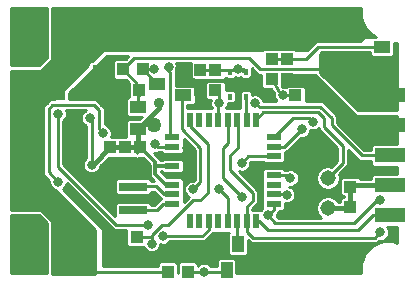
<source format=gtl>
G75*
%MOIN*%
%OFA0B0*%
%FSLAX25Y25*%
%IPPOS*%
%LPD*%
%AMOC8*
5,1,8,0,0,1.08239X$1,22.5*
%
%ADD10R,0.04331X0.03937*%
%ADD11R,0.03937X0.04331*%
%ADD12R,0.05000X0.02200*%
%ADD13R,0.02200X0.05000*%
%ADD14R,0.10000X0.05000*%
%ADD15OC8,0.06000*%
%ADD16R,0.09449X0.03150*%
%ADD17R,0.09449X0.02362*%
%ADD18R,0.05512X0.03937*%
%ADD19R,0.03937X0.05512*%
%ADD20R,0.07098X0.06299*%
%ADD21C,0.05150*%
%ADD22R,0.01378X0.01969*%
%ADD23R,0.06299X0.07087*%
%ADD24R,0.07087X0.06299*%
%ADD25C,0.05000*%
%ADD26C,0.01000*%
%ADD27C,0.03569*%
%ADD28C,0.03175*%
%ADD29C,0.01600*%
%ADD30C,0.01200*%
%ADD31C,0.03962*%
D10*
X0039404Y0036497D03*
X0046096Y0036497D03*
X0055250Y0037525D03*
X0055250Y0044218D03*
X0036096Y0092122D03*
X0029404Y0092122D03*
X0049404Y0093372D03*
X0056096Y0093372D03*
X0081500Y0093150D03*
X0081500Y0099843D03*
X0100250Y0096900D03*
X0105250Y0096900D03*
X0108154Y0091497D03*
X0114846Y0091497D03*
X0105250Y0103593D03*
X0100250Y0103593D03*
X0126500Y0061093D03*
X0126500Y0054400D03*
D11*
X0076500Y0093150D03*
X0076500Y0099843D03*
X0057346Y0100247D03*
X0050654Y0100247D03*
X0051500Y0074218D03*
X0046500Y0074218D03*
X0046500Y0067525D03*
X0051500Y0067525D03*
X0056500Y0067525D03*
X0056500Y0074218D03*
X0065654Y0032747D03*
X0072346Y0032747D03*
D12*
X0067100Y0055473D03*
X0067100Y0058623D03*
X0067100Y0061772D03*
X0067100Y0064922D03*
X0067100Y0068072D03*
X0067100Y0071221D03*
X0067100Y0074371D03*
X0067100Y0077520D03*
X0100900Y0077520D03*
X0100900Y0074371D03*
X0100900Y0071221D03*
X0100900Y0068072D03*
X0100900Y0064922D03*
X0100900Y0061772D03*
X0100900Y0058623D03*
X0100900Y0055473D03*
D13*
X0095024Y0049597D03*
X0091874Y0049597D03*
X0088724Y0049597D03*
X0085575Y0049597D03*
X0082425Y0049597D03*
X0079276Y0049597D03*
X0076126Y0049597D03*
X0072976Y0049597D03*
X0072976Y0083397D03*
X0076126Y0083397D03*
X0079276Y0083397D03*
X0082425Y0083397D03*
X0085575Y0083397D03*
X0088724Y0083397D03*
X0091874Y0083397D03*
X0095024Y0083397D03*
D14*
X0139625Y0081497D03*
X0139625Y0091497D03*
X0139625Y0071497D03*
X0139625Y0061497D03*
X0139625Y0051497D03*
D15*
X0019000Y0041497D03*
X0019000Y0111497D03*
D16*
X0054000Y0061059D03*
X0054000Y0053185D03*
D17*
X0054000Y0057122D03*
D18*
X0055831Y0080257D03*
X0055831Y0087737D03*
X0062169Y0095247D03*
X0070831Y0098987D03*
X0070831Y0091507D03*
X0047169Y0083997D03*
X0128419Y0104007D03*
X0128419Y0111487D03*
X0137081Y0107747D03*
D19*
X0088990Y0042077D03*
X0081510Y0042077D03*
X0085250Y0033416D03*
D20*
X0121500Y0102773D03*
X0121500Y0113970D03*
D21*
X0119000Y0073997D03*
X0119000Y0063997D03*
X0119000Y0053997D03*
D22*
X0091559Y0091113D03*
X0089000Y0091113D03*
X0086441Y0091113D03*
X0086441Y0099381D03*
X0091559Y0099381D03*
D23*
X0047012Y0042747D03*
X0035988Y0042747D03*
D24*
X0044000Y0098485D03*
X0044000Y0109509D03*
D25*
X0060875Y0081497D03*
D26*
X0013500Y0051497D02*
X0013500Y0032247D01*
X0025250Y0032247D01*
X0025250Y0048997D01*
X0025250Y0032747D01*
X0014000Y0032747D01*
X0014000Y0051497D01*
X0022750Y0051497D01*
X0025250Y0048997D01*
X0022750Y0051497D01*
X0013500Y0051497D01*
X0013500Y0050712D02*
X0023534Y0050712D01*
X0024533Y0049714D02*
X0013500Y0049714D01*
X0013500Y0048715D02*
X0025250Y0048715D01*
X0025250Y0047717D02*
X0013500Y0047717D01*
X0013500Y0046718D02*
X0025250Y0046718D01*
X0025250Y0045720D02*
X0013500Y0045720D01*
X0013500Y0044721D02*
X0025250Y0044721D01*
X0025250Y0043723D02*
X0013500Y0043723D01*
X0013500Y0042724D02*
X0025250Y0042724D01*
X0025250Y0041726D02*
X0013500Y0041726D01*
X0013500Y0040727D02*
X0025250Y0040727D01*
X0025250Y0039729D02*
X0013500Y0039729D01*
X0013500Y0038730D02*
X0025250Y0038730D01*
X0025250Y0037732D02*
X0013500Y0037732D01*
X0013500Y0036733D02*
X0025250Y0036733D01*
X0025250Y0035735D02*
X0013500Y0035735D01*
X0013500Y0034736D02*
X0025250Y0034736D01*
X0025250Y0033738D02*
X0013500Y0033738D01*
X0013500Y0032739D02*
X0025250Y0032739D01*
X0027050Y0032739D02*
X0041500Y0032739D01*
X0041500Y0032247D02*
X0027050Y0032247D01*
X0027050Y0049742D01*
X0025996Y0050797D01*
X0023496Y0053297D01*
X0013500Y0053297D01*
X0013500Y0099697D01*
X0023496Y0099697D01*
X0025996Y0102197D01*
X0027050Y0103251D01*
X0027050Y0108997D01*
X0044000Y0108997D01*
X0044000Y0106497D01*
X0040438Y0102935D01*
X0039918Y0102935D01*
X0039157Y0102173D01*
X0039157Y0101653D01*
X0027675Y0090172D01*
X0026379Y0090172D01*
X0025325Y0089117D01*
X0024075Y0087867D01*
X0024075Y0065126D01*
X0025129Y0064072D01*
X0026113Y0063089D01*
X0026113Y0062172D01*
X0026552Y0061111D01*
X0027364Y0060299D01*
X0027934Y0060063D01*
X0041500Y0046497D01*
X0039625Y0048372D01*
X0039000Y0048372D01*
X0037125Y0050247D01*
X0037125Y0050872D01*
X0028375Y0059622D01*
X0028298Y0059699D02*
X0013500Y0059699D01*
X0013500Y0058701D02*
X0029296Y0058701D01*
X0030295Y0057702D02*
X0013500Y0057702D01*
X0013500Y0056704D02*
X0031293Y0056704D01*
X0032292Y0055705D02*
X0013500Y0055705D01*
X0013500Y0054707D02*
X0033290Y0054707D01*
X0034289Y0053708D02*
X0013500Y0053708D01*
X0013500Y0060698D02*
X0026966Y0060698D01*
X0026310Y0061696D02*
X0013500Y0061696D01*
X0013500Y0062695D02*
X0026113Y0062695D01*
X0025508Y0063693D02*
X0013500Y0063693D01*
X0013500Y0064692D02*
X0024509Y0064692D01*
X0024075Y0065690D02*
X0013500Y0065690D01*
X0013500Y0066689D02*
X0024075Y0066689D01*
X0024075Y0067687D02*
X0013500Y0067687D01*
X0013500Y0068686D02*
X0024075Y0068686D01*
X0024075Y0069684D02*
X0013500Y0069684D01*
X0013500Y0070683D02*
X0024075Y0070683D01*
X0024075Y0071681D02*
X0013500Y0071681D01*
X0013500Y0072680D02*
X0024075Y0072680D01*
X0024075Y0073678D02*
X0013500Y0073678D01*
X0013500Y0074677D02*
X0024075Y0074677D01*
X0024075Y0075675D02*
X0013500Y0075675D01*
X0013500Y0076674D02*
X0024075Y0076674D01*
X0024075Y0077672D02*
X0013500Y0077672D01*
X0013500Y0078671D02*
X0024075Y0078671D01*
X0024075Y0079669D02*
X0013500Y0079669D01*
X0013500Y0080668D02*
X0024075Y0080668D01*
X0024075Y0081666D02*
X0013500Y0081666D01*
X0013500Y0082665D02*
X0024075Y0082665D01*
X0024075Y0083663D02*
X0013500Y0083663D01*
X0013500Y0084662D02*
X0024075Y0084662D01*
X0024075Y0085660D02*
X0013500Y0085660D01*
X0013500Y0086659D02*
X0024075Y0086659D01*
X0024075Y0087657D02*
X0013500Y0087657D01*
X0013500Y0088656D02*
X0024864Y0088656D01*
X0025862Y0089654D02*
X0013500Y0089654D01*
X0013500Y0090653D02*
X0028156Y0090653D01*
X0029155Y0091651D02*
X0013500Y0091651D01*
X0013500Y0092650D02*
X0030153Y0092650D01*
X0031152Y0093648D02*
X0013500Y0093648D01*
X0013500Y0094647D02*
X0032150Y0094647D01*
X0033149Y0095646D02*
X0013500Y0095646D01*
X0013500Y0096644D02*
X0034147Y0096644D01*
X0035146Y0097643D02*
X0013500Y0097643D01*
X0013500Y0098641D02*
X0036144Y0098641D01*
X0037143Y0099640D02*
X0013500Y0099640D01*
X0013500Y0101497D02*
X0013500Y0120707D01*
X0025250Y0120707D01*
X0025250Y0103997D01*
X0025250Y0120247D01*
X0014000Y0120247D01*
X0014000Y0101497D01*
X0022750Y0101497D01*
X0025250Y0103997D01*
X0022750Y0101497D01*
X0013500Y0101497D01*
X0013500Y0101637D02*
X0022890Y0101637D01*
X0023888Y0102635D02*
X0013500Y0102635D01*
X0013500Y0103634D02*
X0024887Y0103634D01*
X0025250Y0104632D02*
X0013500Y0104632D01*
X0013500Y0105631D02*
X0025250Y0105631D01*
X0025250Y0106629D02*
X0013500Y0106629D01*
X0013500Y0107628D02*
X0025250Y0107628D01*
X0025250Y0108626D02*
X0013500Y0108626D01*
X0013500Y0109625D02*
X0025250Y0109625D01*
X0025250Y0110623D02*
X0013500Y0110623D01*
X0013500Y0111622D02*
X0025250Y0111622D01*
X0025250Y0112620D02*
X0013500Y0112620D01*
X0013500Y0113619D02*
X0025250Y0113619D01*
X0025250Y0114617D02*
X0013500Y0114617D01*
X0013500Y0115616D02*
X0025250Y0115616D01*
X0025250Y0116614D02*
X0013500Y0116614D01*
X0013500Y0117613D02*
X0025250Y0117613D01*
X0025250Y0118611D02*
X0013500Y0118611D01*
X0013500Y0119610D02*
X0025250Y0119610D01*
X0025250Y0120608D02*
X0013500Y0120608D01*
X0027050Y0120608D02*
X0130169Y0120608D01*
X0130169Y0120707D02*
X0027050Y0120707D01*
X0027050Y0106497D01*
X0097181Y0106497D01*
X0097546Y0106862D01*
X0107954Y0106862D01*
X0108319Y0106497D01*
X0112045Y0106497D01*
X0115095Y0109547D01*
X0129550Y0109547D01*
X0130875Y0110872D01*
X0133643Y0110872D01*
X0133786Y0111015D01*
X0135193Y0111015D01*
X0133998Y0111510D01*
X0131514Y0113995D01*
X0130169Y0117240D01*
X0130169Y0120707D01*
X0130169Y0119610D02*
X0027050Y0119610D01*
X0027050Y0118611D02*
X0130169Y0118611D01*
X0130169Y0117613D02*
X0027050Y0117613D01*
X0027050Y0116614D02*
X0130429Y0116614D01*
X0130842Y0115616D02*
X0027050Y0115616D01*
X0027050Y0114617D02*
X0131256Y0114617D01*
X0131890Y0113619D02*
X0027050Y0113619D01*
X0027050Y0112620D02*
X0132888Y0112620D01*
X0133887Y0111622D02*
X0027050Y0111622D01*
X0027050Y0110623D02*
X0130626Y0110623D01*
X0129628Y0109625D02*
X0027050Y0109625D01*
X0027050Y0108626D02*
X0044000Y0108626D01*
X0044000Y0107628D02*
X0027050Y0107628D01*
X0113176Y0107628D01*
X0114174Y0108626D02*
X0027050Y0108626D01*
X0027050Y0106629D02*
X0044000Y0106629D01*
X0043134Y0105631D02*
X0027050Y0105631D01*
X0027050Y0106629D02*
X0097314Y0106629D01*
X0100250Y0103593D02*
X0105250Y0103593D01*
X0111687Y0103593D01*
X0115841Y0107747D01*
X0137081Y0107747D01*
X0140375Y0104478D02*
X0133786Y0104478D01*
X0133025Y0105240D01*
X0133025Y0105947D01*
X0117200Y0105947D01*
X0116500Y0105247D01*
X0119000Y0105247D01*
X0121500Y0102747D01*
X0121500Y0102773D01*
X0121500Y0102747D02*
X0121500Y0100247D01*
X0096500Y0100247D01*
X0092750Y0103997D01*
X0054404Y0103997D01*
X0050654Y0100247D01*
X0055471Y0095429D01*
X0056096Y0093372D01*
X0055831Y0089262D01*
X0055831Y0087737D01*
X0057073Y0084468D02*
X0052536Y0084468D01*
X0051775Y0085230D01*
X0051775Y0090244D01*
X0052536Y0091005D01*
X0052631Y0091005D01*
X0052631Y0095724D01*
X0051573Y0096781D01*
X0048147Y0096781D01*
X0047385Y0097543D01*
X0047385Y0102951D01*
X0048147Y0103712D01*
X0051573Y0103712D01*
X0052483Y0104622D01*
X0045250Y0104622D01*
X0032869Y0092241D01*
X0032869Y0090172D01*
X0041621Y0090172D01*
X0043496Y0088297D01*
X0044550Y0087242D01*
X0044550Y0081884D01*
X0044574Y0081884D01*
X0045636Y0081445D01*
X0046448Y0080632D01*
X0046887Y0079571D01*
X0046887Y0078422D01*
X0046581Y0077684D01*
X0051841Y0077684D01*
X0051775Y0077750D01*
X0051775Y0082764D01*
X0052536Y0083525D01*
X0056129Y0083525D01*
X0057073Y0084468D01*
X0056268Y0083663D02*
X0044550Y0083663D01*
X0044550Y0082665D02*
X0051775Y0082665D01*
X0051775Y0081666D02*
X0045100Y0081666D01*
X0046412Y0080668D02*
X0051775Y0080668D01*
X0051775Y0079669D02*
X0046847Y0079669D01*
X0046887Y0078671D02*
X0051775Y0078671D01*
X0055831Y0080257D02*
X0057410Y0081836D01*
X0057750Y0081497D01*
X0060875Y0081497D01*
X0061500Y0075247D02*
X0062376Y0074371D01*
X0067100Y0074371D01*
X0067100Y0077520D02*
X0066500Y0078120D01*
X0066500Y0098997D01*
X0064625Y0100872D01*
X0065875Y0100872D01*
X0068490Y0099640D02*
X0073231Y0099640D01*
X0073231Y0100638D02*
X0068762Y0100638D01*
X0068762Y0100297D02*
X0068762Y0101446D01*
X0068451Y0102197D01*
X0073231Y0102197D01*
X0073231Y0097139D01*
X0073993Y0096378D01*
X0078755Y0096378D01*
X0078035Y0095657D01*
X0078035Y0090643D01*
X0078796Y0089882D01*
X0079991Y0089882D01*
X0079863Y0089571D01*
X0079863Y0088422D01*
X0080302Y0087361D01*
X0080467Y0087197D01*
X0072050Y0087197D01*
X0072050Y0088238D01*
X0074125Y0088238D01*
X0074887Y0089000D01*
X0074887Y0094014D01*
X0074125Y0094775D01*
X0068300Y0094775D01*
X0068300Y0099213D01*
X0068323Y0099236D01*
X0068762Y0100297D01*
X0068683Y0101637D02*
X0073231Y0101637D01*
X0073231Y0098641D02*
X0068300Y0098641D01*
X0068300Y0097643D02*
X0073231Y0097643D01*
X0073727Y0096644D02*
X0068300Y0096644D01*
X0068300Y0095646D02*
X0078035Y0095646D01*
X0078035Y0094647D02*
X0074253Y0094647D01*
X0074887Y0093648D02*
X0078035Y0093648D01*
X0078035Y0092650D02*
X0074887Y0092650D01*
X0074887Y0091651D02*
X0078035Y0091651D01*
X0078035Y0090653D02*
X0074887Y0090653D01*
X0074887Y0089654D02*
X0079897Y0089654D01*
X0079863Y0088656D02*
X0074543Y0088656D01*
X0072050Y0087657D02*
X0080179Y0087657D01*
X0082425Y0088072D02*
X0082425Y0083397D01*
X0085575Y0083397D02*
X0085575Y0075572D01*
X0084000Y0073997D01*
X0084000Y0063997D01*
X0090250Y0057747D01*
X0091874Y0054371D02*
X0094000Y0056497D01*
X0094000Y0058997D01*
X0086500Y0066497D01*
X0086500Y0071497D01*
X0089000Y0073997D01*
X0089000Y0083121D01*
X0088724Y0083397D01*
X0091559Y0083712D02*
X0091559Y0091113D01*
X0089570Y0090653D02*
X0088430Y0090653D01*
X0089000Y0091113D02*
X0089000Y0095247D01*
X0087750Y0096497D01*
X0076500Y0096497D01*
X0074571Y0096497D01*
X0070831Y0098987D01*
X0076500Y0099843D02*
X0081500Y0099843D01*
X0089846Y0099843D01*
X0091559Y0099381D01*
X0090693Y0100247D01*
X0089000Y0100247D01*
X0088076Y0097504D02*
X0088426Y0097359D01*
X0089574Y0097359D01*
X0089924Y0097504D01*
X0090332Y0097096D01*
X0092787Y0097096D01*
X0093548Y0097858D01*
X0093548Y0100653D01*
X0095754Y0098447D01*
X0096785Y0098447D01*
X0096785Y0094393D01*
X0097546Y0093632D01*
X0100116Y0093632D01*
X0100950Y0092247D01*
X0100950Y0092001D01*
X0101113Y0091839D01*
X0101113Y0090922D01*
X0101552Y0089861D01*
X0101867Y0089547D01*
X0097512Y0089547D01*
X0097512Y0089571D01*
X0097073Y0090632D01*
X0096261Y0091445D01*
X0095199Y0091884D01*
X0094051Y0091884D01*
X0093548Y0091676D01*
X0093548Y0092636D01*
X0092787Y0093397D01*
X0090332Y0093397D01*
X0089570Y0092636D01*
X0089570Y0089590D01*
X0089759Y0089401D01*
X0089759Y0087197D01*
X0085033Y0087197D01*
X0085198Y0087361D01*
X0085637Y0088422D01*
X0085637Y0088829D01*
X0087668Y0088829D01*
X0088430Y0089590D01*
X0088430Y0092636D01*
X0087668Y0093397D01*
X0085213Y0093397D01*
X0084965Y0093149D01*
X0084965Y0095657D01*
X0084204Y0096419D01*
X0079048Y0096419D01*
X0079204Y0096575D01*
X0084204Y0096575D01*
X0084965Y0097336D01*
X0084965Y0097345D01*
X0085213Y0097096D01*
X0087668Y0097096D01*
X0088076Y0097504D01*
X0084965Y0095646D02*
X0096785Y0095646D01*
X0096785Y0096644D02*
X0084273Y0096644D01*
X0084965Y0094647D02*
X0096785Y0094647D01*
X0097529Y0093648D02*
X0084965Y0093648D01*
X0082750Y0091900D02*
X0082750Y0088997D01*
X0082425Y0088072D01*
X0085321Y0087657D02*
X0089759Y0087657D01*
X0089759Y0088656D02*
X0085637Y0088656D01*
X0088430Y0089654D02*
X0089570Y0089654D01*
X0089570Y0091651D02*
X0088430Y0091651D01*
X0088416Y0092650D02*
X0089584Y0092650D01*
X0093534Y0092650D02*
X0100707Y0092650D01*
X0101113Y0091651D02*
X0095761Y0091651D01*
X0097052Y0090653D02*
X0101224Y0090653D01*
X0101759Y0089654D02*
X0097478Y0089654D01*
X0096500Y0087747D02*
X0094625Y0088997D01*
X0096500Y0087747D02*
X0116500Y0087747D01*
X0120250Y0083997D01*
X0120250Y0081497D01*
X0130250Y0071497D01*
X0139625Y0071497D01*
X0141951Y0067697D02*
X0141951Y0065297D01*
X0134087Y0065297D01*
X0133325Y0064535D01*
X0133325Y0063597D01*
X0129965Y0063597D01*
X0129965Y0063600D01*
X0129204Y0064362D01*
X0123796Y0064362D01*
X0123035Y0063600D01*
X0123035Y0058586D01*
X0123796Y0057825D01*
X0124400Y0057825D01*
X0124400Y0057669D01*
X0123796Y0057669D01*
X0123035Y0056907D01*
X0123035Y0056097D01*
X0122324Y0056097D01*
X0122285Y0056192D01*
X0121195Y0057282D01*
X0119771Y0057872D01*
X0118229Y0057872D01*
X0116805Y0057282D01*
X0115715Y0056192D01*
X0115125Y0054767D01*
X0115125Y0053226D01*
X0115715Y0051802D01*
X0116720Y0050797D01*
X0102246Y0050797D01*
X0101887Y0051155D01*
X0101887Y0051839D01*
X0102700Y0052651D01*
X0102700Y0053073D01*
X0103938Y0053073D01*
X0104700Y0053835D01*
X0104700Y0055484D01*
X0105824Y0055484D01*
X0106886Y0055924D01*
X0107698Y0056736D01*
X0108137Y0057797D01*
X0108137Y0058946D01*
X0107698Y0060007D01*
X0106886Y0060820D01*
X0106186Y0061109D01*
X0107074Y0061109D01*
X0108136Y0061549D01*
X0108948Y0062361D01*
X0109387Y0063422D01*
X0109387Y0064571D01*
X0108948Y0065632D01*
X0108136Y0066445D01*
X0107074Y0066884D01*
X0105926Y0066884D01*
X0105534Y0066722D01*
X0104538Y0066722D01*
X0103938Y0067322D01*
X0097862Y0067322D01*
X0097100Y0066560D01*
X0097100Y0053835D01*
X0097177Y0053757D01*
X0096739Y0053319D01*
X0096662Y0053397D01*
X0093674Y0053397D01*
X0093674Y0053625D01*
X0094746Y0054697D01*
X0095800Y0055751D01*
X0095800Y0059742D01*
X0089261Y0066281D01*
X0089676Y0066109D01*
X0090824Y0066109D01*
X0091886Y0066549D01*
X0092698Y0067361D01*
X0093137Y0068422D01*
X0093137Y0069339D01*
X0093220Y0069421D01*
X0097262Y0069421D01*
X0097862Y0068821D01*
X0103938Y0068821D01*
X0104700Y0069583D01*
X0104700Y0072571D01*
X0105120Y0072571D01*
X0109908Y0077359D01*
X0110824Y0077359D01*
X0111886Y0077799D01*
X0112698Y0078611D01*
X0113137Y0079672D01*
X0113137Y0079979D01*
X0113426Y0079859D01*
X0114574Y0079859D01*
X0115636Y0080299D01*
X0115950Y0080613D01*
X0115950Y0080126D01*
X0122200Y0073876D01*
X0122200Y0069742D01*
X0120166Y0067708D01*
X0119771Y0067872D01*
X0118229Y0067872D01*
X0116805Y0067282D01*
X0115715Y0066192D01*
X0115125Y0064767D01*
X0115125Y0063226D01*
X0115715Y0061802D01*
X0116805Y0060712D01*
X0118229Y0060122D01*
X0119771Y0060122D01*
X0121195Y0060712D01*
X0122285Y0061802D01*
X0122875Y0063226D01*
X0122875Y0064767D01*
X0122711Y0065162D01*
X0125800Y0068251D01*
X0125800Y0073401D01*
X0128450Y0070751D01*
X0129504Y0069697D01*
X0133325Y0069697D01*
X0133325Y0068458D01*
X0134087Y0067697D01*
X0141951Y0067697D01*
X0141951Y0067687D02*
X0125236Y0067687D01*
X0125800Y0068686D02*
X0133325Y0068686D01*
X0133325Y0069684D02*
X0125800Y0069684D01*
X0125800Y0070683D02*
X0128518Y0070683D01*
X0127520Y0071681D02*
X0125800Y0071681D01*
X0125800Y0072680D02*
X0126521Y0072680D01*
X0124000Y0074622D02*
X0124000Y0068997D01*
X0119000Y0063997D01*
X0116212Y0066689D02*
X0107546Y0066689D01*
X0108890Y0065690D02*
X0115507Y0065690D01*
X0115125Y0064692D02*
X0109337Y0064692D01*
X0109387Y0063693D02*
X0115125Y0063693D01*
X0115345Y0062695D02*
X0109086Y0062695D01*
X0108283Y0061696D02*
X0115821Y0061696D01*
X0116839Y0060698D02*
X0107008Y0060698D01*
X0107825Y0059699D02*
X0123035Y0059699D01*
X0123035Y0058701D02*
X0108137Y0058701D01*
X0108098Y0057702D02*
X0117820Y0057702D01*
X0120180Y0057702D02*
X0124400Y0057702D01*
X0123035Y0056704D02*
X0121773Y0056704D01*
X0121161Y0060698D02*
X0123035Y0060698D01*
X0123035Y0061696D02*
X0122179Y0061696D01*
X0122655Y0062695D02*
X0123035Y0062695D01*
X0123128Y0063693D02*
X0122875Y0063693D01*
X0122875Y0064692D02*
X0133481Y0064692D01*
X0133325Y0063693D02*
X0129872Y0063693D01*
X0128596Y0061497D02*
X0126500Y0061093D01*
X0123239Y0065690D02*
X0141951Y0065690D01*
X0141951Y0066689D02*
X0124238Y0066689D01*
X0122142Y0069684D02*
X0104700Y0069684D01*
X0104700Y0070683D02*
X0122200Y0070683D01*
X0122200Y0071681D02*
X0104700Y0071681D01*
X0105229Y0072680D02*
X0122200Y0072680D01*
X0122200Y0073678D02*
X0106227Y0073678D01*
X0107226Y0074677D02*
X0121399Y0074677D01*
X0120401Y0075675D02*
X0108224Y0075675D01*
X0109223Y0076674D02*
X0119402Y0076674D01*
X0118404Y0077672D02*
X0111580Y0077672D01*
X0112723Y0078671D02*
X0117405Y0078671D01*
X0116407Y0079669D02*
X0113136Y0079669D01*
X0110250Y0080247D02*
X0104374Y0074371D01*
X0100900Y0074371D01*
X0100900Y0077520D02*
X0107376Y0083997D01*
X0112750Y0083997D01*
X0114000Y0082747D01*
X0115850Y0085897D02*
X0117750Y0083997D01*
X0117750Y0080872D01*
X0124000Y0074622D01*
X0126620Y0077672D02*
X0141951Y0077672D01*
X0141951Y0076674D02*
X0127619Y0076674D01*
X0128617Y0075675D02*
X0141951Y0075675D01*
X0141951Y0075297D02*
X0134087Y0075297D01*
X0133325Y0074535D01*
X0133325Y0073297D01*
X0130996Y0073297D01*
X0122050Y0082242D01*
X0122050Y0084742D01*
X0118300Y0088492D01*
X0117246Y0089547D01*
X0111619Y0089547D01*
X0111619Y0094004D01*
X0110857Y0094765D01*
X0105450Y0094765D01*
X0104924Y0094239D01*
X0104574Y0094384D01*
X0103865Y0094384D01*
X0103715Y0094633D01*
X0103715Y0098447D01*
X0114700Y0098447D01*
X0114700Y0098251D01*
X0115754Y0097197D01*
X0128254Y0084697D01*
X0128300Y0084697D01*
X0128375Y0084622D01*
X0141951Y0084622D01*
X0141951Y0075297D01*
X0141951Y0078671D02*
X0125621Y0078671D01*
X0124623Y0079669D02*
X0141951Y0079669D01*
X0141951Y0080668D02*
X0123624Y0080668D01*
X0122626Y0081666D02*
X0141951Y0081666D01*
X0141951Y0082665D02*
X0122050Y0082665D01*
X0122050Y0083663D02*
X0141951Y0083663D01*
X0141951Y0086497D02*
X0129000Y0086497D01*
X0116500Y0098997D01*
X0116500Y0105247D01*
X0116500Y0098997D01*
X0129000Y0086497D01*
X0142125Y0086497D01*
X0142125Y0103997D01*
X0132750Y0103997D01*
X0130250Y0105247D01*
X0119000Y0105247D01*
X0116884Y0105631D02*
X0133025Y0105631D01*
X0133632Y0104632D02*
X0116500Y0104632D01*
X0116500Y0103634D02*
X0141951Y0103634D01*
X0141951Y0104632D02*
X0140529Y0104632D01*
X0140375Y0104478D02*
X0141137Y0105240D01*
X0141137Y0108997D01*
X0141951Y0108997D01*
X0141951Y0086497D01*
X0141951Y0086659D02*
X0128838Y0086659D01*
X0127839Y0087657D02*
X0141951Y0087657D01*
X0141951Y0088656D02*
X0126841Y0088656D01*
X0125842Y0089654D02*
X0141951Y0089654D01*
X0141951Y0090653D02*
X0124844Y0090653D01*
X0123845Y0091651D02*
X0141951Y0091651D01*
X0141951Y0092650D02*
X0122847Y0092650D01*
X0121848Y0093648D02*
X0141951Y0093648D01*
X0141951Y0094647D02*
X0120850Y0094647D01*
X0119851Y0095646D02*
X0141951Y0095646D01*
X0141951Y0096644D02*
X0118853Y0096644D01*
X0117854Y0097643D02*
X0141951Y0097643D01*
X0141951Y0098641D02*
X0116856Y0098641D01*
X0116500Y0099640D02*
X0141951Y0099640D01*
X0141951Y0100638D02*
X0116500Y0100638D01*
X0116500Y0101637D02*
X0141951Y0101637D01*
X0141951Y0102635D02*
X0116500Y0102635D01*
X0112177Y0106629D02*
X0108186Y0106629D01*
X0103715Y0097643D02*
X0115309Y0097643D01*
X0115754Y0097197D02*
X0115754Y0097197D01*
X0116307Y0096644D02*
X0103715Y0096644D01*
X0103715Y0095646D02*
X0117306Y0095646D01*
X0118304Y0094647D02*
X0110976Y0094647D01*
X0111619Y0093648D02*
X0119303Y0093648D01*
X0120301Y0092650D02*
X0111619Y0092650D01*
X0111619Y0091651D02*
X0121300Y0091651D01*
X0122298Y0090653D02*
X0111619Y0090653D01*
X0111619Y0089654D02*
X0123297Y0089654D01*
X0124295Y0088656D02*
X0118136Y0088656D01*
X0119135Y0087657D02*
X0125294Y0087657D01*
X0126292Y0086659D02*
X0120133Y0086659D01*
X0121132Y0085660D02*
X0127291Y0085660D01*
X0128335Y0084662D02*
X0122050Y0084662D01*
X0115850Y0085897D02*
X0097524Y0085897D01*
X0095024Y0083397D01*
X0091874Y0083397D02*
X0091559Y0083712D01*
X0082750Y0091900D02*
X0081500Y0093150D01*
X0076500Y0093150D02*
X0076500Y0096497D01*
X0070831Y0091507D02*
X0070250Y0090926D01*
X0070250Y0080247D01*
X0076500Y0073997D01*
X0076500Y0062747D01*
X0074000Y0060247D01*
X0072365Y0062695D02*
X0070900Y0062695D01*
X0070900Y0063411D02*
X0070138Y0064172D01*
X0065261Y0064172D01*
X0063400Y0066034D01*
X0063400Y0066172D01*
X0063562Y0066172D01*
X0064062Y0065672D01*
X0070138Y0065672D01*
X0070900Y0066433D01*
X0070900Y0069710D01*
X0070138Y0070472D01*
X0064062Y0070472D01*
X0063562Y0069972D01*
X0063400Y0069972D01*
X0063400Y0070005D01*
X0062287Y0071118D01*
X0061046Y0072359D01*
X0062074Y0072359D01*
X0062585Y0072571D01*
X0063462Y0072571D01*
X0064062Y0071971D01*
X0070138Y0071971D01*
X0070900Y0072732D01*
X0070900Y0077051D01*
X0074700Y0073251D01*
X0074700Y0063492D01*
X0074342Y0063134D01*
X0073426Y0063134D01*
X0072364Y0062695D01*
X0071552Y0061882D01*
X0071113Y0060821D01*
X0071113Y0059672D01*
X0071552Y0058611D01*
X0072364Y0057799D01*
X0072642Y0057684D01*
X0070900Y0055942D01*
X0070900Y0057112D01*
X0070900Y0063411D01*
X0070618Y0063693D02*
X0074700Y0063693D01*
X0074700Y0064692D02*
X0064742Y0064692D01*
X0064043Y0065690D02*
X0063744Y0065690D01*
X0067100Y0064922D02*
X0072425Y0065247D01*
X0072750Y0064622D01*
X0072750Y0070247D01*
X0071776Y0071221D01*
X0067100Y0071221D01*
X0070847Y0072680D02*
X0074700Y0072680D01*
X0074700Y0071681D02*
X0061724Y0071681D01*
X0062722Y0070683D02*
X0074700Y0070683D01*
X0074700Y0069684D02*
X0070900Y0069684D01*
X0070900Y0068686D02*
X0074700Y0068686D01*
X0074700Y0067687D02*
X0070900Y0067687D01*
X0070900Y0066689D02*
X0074700Y0066689D01*
X0074700Y0065690D02*
X0070157Y0065690D01*
X0070900Y0061696D02*
X0071475Y0061696D01*
X0071113Y0060698D02*
X0070900Y0060698D01*
X0070900Y0059699D02*
X0071113Y0059699D01*
X0070900Y0058701D02*
X0071515Y0058701D01*
X0070900Y0057702D02*
X0072598Y0057702D01*
X0071661Y0056704D02*
X0070900Y0056704D01*
X0074000Y0056497D02*
X0065654Y0048150D01*
X0063557Y0048150D01*
X0060250Y0044843D01*
X0060250Y0044218D01*
X0060250Y0042122D01*
X0060250Y0044218D02*
X0055250Y0044218D01*
X0057610Y0040950D02*
X0052546Y0040950D01*
X0051785Y0041711D01*
X0051785Y0046572D01*
X0047629Y0046572D01*
X0046575Y0047626D01*
X0031887Y0062314D01*
X0031887Y0062172D01*
X0031448Y0061111D01*
X0030729Y0060393D01*
X0044000Y0047122D01*
X0044000Y0034547D01*
X0062385Y0034547D01*
X0062385Y0035451D01*
X0063147Y0036212D01*
X0068161Y0036212D01*
X0068922Y0035451D01*
X0068922Y0032247D01*
X0069078Y0032247D01*
X0069078Y0035451D01*
X0069839Y0036212D01*
X0074853Y0036212D01*
X0075615Y0035451D01*
X0075615Y0034695D01*
X0076114Y0035195D01*
X0077176Y0035634D01*
X0078324Y0035634D01*
X0079386Y0035195D01*
X0080033Y0034547D01*
X0081981Y0034547D01*
X0081981Y0036710D01*
X0082743Y0037472D01*
X0087757Y0037472D01*
X0088518Y0036710D01*
X0088518Y0032247D01*
X0130169Y0032247D01*
X0130169Y0035753D01*
X0131514Y0038999D01*
X0133998Y0041483D01*
X0137243Y0042827D01*
X0140757Y0042827D01*
X0141951Y0042333D01*
X0141951Y0047697D01*
X0138758Y0047697D01*
X0138948Y0047507D01*
X0139387Y0046446D01*
X0139387Y0045297D01*
X0138948Y0044236D01*
X0138136Y0043424D01*
X0137074Y0042984D01*
X0136158Y0042984D01*
X0135371Y0042197D01*
X0093254Y0042197D01*
X0092259Y0043193D01*
X0092259Y0038783D01*
X0091497Y0038022D01*
X0086483Y0038022D01*
X0085722Y0038783D01*
X0085722Y0045372D01*
X0086147Y0045797D01*
X0080846Y0045797D01*
X0080021Y0044972D01*
X0077871Y0042822D01*
X0066283Y0042822D01*
X0065636Y0042174D01*
X0064574Y0041734D01*
X0063426Y0041734D01*
X0063137Y0041854D01*
X0063137Y0041547D01*
X0062698Y0040486D01*
X0061886Y0039674D01*
X0060824Y0039234D01*
X0059676Y0039234D01*
X0058614Y0039674D01*
X0057802Y0040486D01*
X0057610Y0040950D01*
X0057702Y0040727D02*
X0044000Y0040727D01*
X0044000Y0039729D02*
X0058559Y0039729D01*
X0061941Y0039729D02*
X0085722Y0039729D01*
X0085722Y0040727D02*
X0062798Y0040727D01*
X0063137Y0041726D02*
X0085722Y0041726D01*
X0085722Y0042724D02*
X0066186Y0042724D01*
X0064000Y0044622D02*
X0077125Y0044622D01*
X0079276Y0046772D01*
X0079276Y0049597D01*
X0080769Y0045720D02*
X0086070Y0045720D01*
X0085722Y0044721D02*
X0079770Y0044721D01*
X0078772Y0043723D02*
X0085722Y0043723D01*
X0088724Y0043721D02*
X0088331Y0040827D01*
X0088990Y0042077D01*
X0088724Y0043721D02*
X0088724Y0049597D01*
X0085575Y0049597D02*
X0085575Y0057422D01*
X0082750Y0060247D01*
X0079000Y0058997D02*
X0076500Y0056497D01*
X0074000Y0056497D01*
X0079000Y0058997D02*
X0079000Y0075247D01*
X0072976Y0081270D01*
X0072976Y0083397D01*
X0071277Y0076674D02*
X0070900Y0076674D01*
X0070900Y0075675D02*
X0072276Y0075675D01*
X0073274Y0074677D02*
X0070900Y0074677D01*
X0070900Y0073678D02*
X0074273Y0073678D01*
X0067100Y0061772D02*
X0064974Y0061772D01*
X0061844Y0061152D02*
X0064374Y0058623D01*
X0067100Y0058623D01*
X0063300Y0057151D02*
X0063300Y0057047D01*
X0063254Y0057047D01*
X0062200Y0055992D01*
X0061192Y0054985D01*
X0060024Y0054985D01*
X0060024Y0055298D01*
X0059263Y0056060D01*
X0048737Y0056060D01*
X0047976Y0055298D01*
X0047976Y0051317D01*
X0030800Y0068492D01*
X0030800Y0082963D01*
X0031448Y0083611D01*
X0031887Y0084672D01*
X0031887Y0085821D01*
X0031576Y0086572D01*
X0038296Y0086572D01*
X0037989Y0086445D01*
X0037177Y0085632D01*
X0036738Y0084571D01*
X0036738Y0083422D01*
X0037177Y0082361D01*
X0037989Y0081549D01*
X0038450Y0081358D01*
X0038450Y0070655D01*
X0037802Y0070007D01*
X0037363Y0068946D01*
X0037363Y0067797D01*
X0037802Y0066736D01*
X0038614Y0065924D01*
X0039676Y0065484D01*
X0040824Y0065484D01*
X0041886Y0065924D01*
X0042698Y0066736D01*
X0043137Y0067797D01*
X0043137Y0067886D01*
X0046004Y0070753D01*
X0054572Y0070753D01*
X0055163Y0070412D01*
X0056437Y0070753D01*
X0057278Y0070753D01*
X0059600Y0068431D01*
X0059600Y0064460D01*
X0060713Y0063347D01*
X0061108Y0062952D01*
X0061099Y0062952D01*
X0061090Y0062943D01*
X0060024Y0062931D01*
X0060024Y0063172D01*
X0059263Y0063934D01*
X0048737Y0063934D01*
X0047976Y0063172D01*
X0047976Y0058945D01*
X0048737Y0058184D01*
X0059263Y0058184D01*
X0060024Y0058945D01*
X0060024Y0059330D01*
X0061108Y0059343D01*
X0063300Y0057151D01*
X0062911Y0056704D02*
X0042589Y0056704D01*
X0041590Y0057702D02*
X0062749Y0057702D01*
X0061751Y0058701D02*
X0059780Y0058701D01*
X0061844Y0061152D02*
X0054000Y0061059D01*
X0059503Y0063693D02*
X0060367Y0063693D01*
X0059600Y0064692D02*
X0034601Y0064692D01*
X0035599Y0063693D02*
X0048497Y0063693D01*
X0047976Y0062695D02*
X0036598Y0062695D01*
X0037596Y0061696D02*
X0047976Y0061696D01*
X0047976Y0060698D02*
X0038595Y0060698D01*
X0039593Y0059699D02*
X0047976Y0059699D01*
X0048220Y0058701D02*
X0040592Y0058701D01*
X0038496Y0055705D02*
X0035417Y0055705D01*
X0036415Y0054707D02*
X0039495Y0054707D01*
X0040493Y0053708D02*
X0037414Y0053708D01*
X0038412Y0052710D02*
X0041492Y0052710D01*
X0042490Y0051711D02*
X0039411Y0051711D01*
X0039625Y0052747D02*
X0049000Y0042747D01*
X0055250Y0037525D01*
X0051785Y0041726D02*
X0044000Y0041726D01*
X0044000Y0042724D02*
X0051785Y0042724D01*
X0051785Y0043723D02*
X0044000Y0043723D01*
X0044000Y0044721D02*
X0051785Y0044721D01*
X0051785Y0045720D02*
X0044000Y0045720D01*
X0044000Y0046718D02*
X0047483Y0046718D01*
X0046484Y0047717D02*
X0043405Y0047717D01*
X0042406Y0048715D02*
X0045486Y0048715D01*
X0044487Y0049714D02*
X0041408Y0049714D01*
X0040409Y0050712D02*
X0043489Y0050712D01*
X0045584Y0053708D02*
X0047976Y0053708D01*
X0047976Y0052710D02*
X0046583Y0052710D01*
X0047581Y0051711D02*
X0047976Y0051711D01*
X0047976Y0054707D02*
X0044586Y0054707D01*
X0043587Y0055705D02*
X0048383Y0055705D01*
X0054000Y0053185D02*
X0061938Y0053185D01*
X0064000Y0055247D01*
X0066874Y0055247D01*
X0067100Y0055473D01*
X0061913Y0055705D02*
X0059617Y0055705D01*
X0059000Y0048372D02*
X0048375Y0048372D01*
X0029000Y0067747D01*
X0029000Y0085247D01*
X0031887Y0085660D02*
X0037205Y0085660D01*
X0036775Y0084662D02*
X0031883Y0084662D01*
X0031469Y0083663D02*
X0036738Y0083663D01*
X0037051Y0082665D02*
X0030800Y0082665D01*
X0030800Y0081666D02*
X0037872Y0081666D01*
X0038450Y0080668D02*
X0030800Y0080668D01*
X0030800Y0079669D02*
X0038450Y0079669D01*
X0038450Y0078671D02*
X0030800Y0078671D01*
X0030800Y0077672D02*
X0038450Y0077672D01*
X0038450Y0076674D02*
X0030800Y0076674D01*
X0030800Y0075675D02*
X0038450Y0075675D01*
X0038450Y0074677D02*
X0030800Y0074677D01*
X0030800Y0073678D02*
X0038450Y0073678D01*
X0038450Y0072680D02*
X0030800Y0072680D01*
X0030800Y0071681D02*
X0038450Y0071681D01*
X0038450Y0070683D02*
X0030800Y0070683D01*
X0030800Y0069684D02*
X0037668Y0069684D01*
X0037363Y0068686D02*
X0030800Y0068686D01*
X0031605Y0067687D02*
X0037408Y0067687D01*
X0037850Y0066689D02*
X0032604Y0066689D01*
X0033602Y0065690D02*
X0039179Y0065690D01*
X0041321Y0065690D02*
X0059600Y0065690D01*
X0059600Y0066689D02*
X0042650Y0066689D01*
X0043092Y0067687D02*
X0059600Y0067687D01*
X0059345Y0068686D02*
X0043937Y0068686D01*
X0044936Y0069684D02*
X0058347Y0069684D01*
X0057348Y0070683D02*
X0056175Y0070683D01*
X0054693Y0070683D02*
X0045934Y0070683D01*
X0051500Y0067525D02*
X0056500Y0067525D01*
X0055417Y0072343D02*
X0056500Y0074218D01*
X0055831Y0074887D01*
X0047169Y0083997D02*
X0047169Y0085827D01*
X0044550Y0085660D02*
X0051775Y0085660D01*
X0051775Y0086659D02*
X0044550Y0086659D01*
X0044135Y0087657D02*
X0051775Y0087657D01*
X0051775Y0088656D02*
X0043136Y0088656D01*
X0042138Y0089654D02*
X0051775Y0089654D01*
X0052184Y0090653D02*
X0032869Y0090653D01*
X0032869Y0091651D02*
X0052631Y0091651D01*
X0052631Y0092650D02*
X0033278Y0092650D01*
X0034277Y0093648D02*
X0052631Y0093648D01*
X0052631Y0094647D02*
X0035275Y0094647D01*
X0036274Y0095646D02*
X0052631Y0095646D01*
X0051711Y0096644D02*
X0037272Y0096644D01*
X0038271Y0097643D02*
X0047385Y0097643D01*
X0047385Y0098641D02*
X0039269Y0098641D01*
X0040268Y0099640D02*
X0047385Y0099640D01*
X0047385Y0100638D02*
X0041266Y0100638D01*
X0042265Y0101637D02*
X0047385Y0101637D01*
X0047385Y0102635D02*
X0043263Y0102635D01*
X0044262Y0103634D02*
X0048068Y0103634D01*
X0042135Y0104632D02*
X0027050Y0104632D01*
X0027050Y0103634D02*
X0041137Y0103634D01*
X0039619Y0102635D02*
X0026434Y0102635D01*
X0025435Y0101637D02*
X0039140Y0101637D01*
X0038141Y0100638D02*
X0024437Y0100638D01*
X0027125Y0088372D02*
X0040875Y0088372D01*
X0042750Y0086497D01*
X0042750Y0080247D01*
X0044000Y0078997D01*
X0040250Y0083372D02*
X0039625Y0083997D01*
X0040250Y0083372D02*
X0040250Y0068372D01*
X0040654Y0068372D01*
X0033504Y0060698D02*
X0031034Y0060698D01*
X0031423Y0059699D02*
X0034502Y0059699D01*
X0035501Y0058701D02*
X0032421Y0058701D01*
X0033420Y0057702D02*
X0036499Y0057702D01*
X0037498Y0056704D02*
X0034418Y0056704D01*
X0035287Y0052710D02*
X0024083Y0052710D01*
X0025081Y0051711D02*
X0036286Y0051711D01*
X0037284Y0050712D02*
X0026080Y0050712D01*
X0027050Y0049714D02*
X0038283Y0049714D01*
X0039281Y0048715D02*
X0027050Y0048715D01*
X0027050Y0047717D02*
X0040280Y0047717D01*
X0041278Y0046718D02*
X0027050Y0046718D01*
X0027050Y0045720D02*
X0041500Y0045720D01*
X0041500Y0046497D02*
X0041500Y0032122D01*
X0027125Y0032122D01*
X0027050Y0033738D02*
X0041500Y0033738D01*
X0041500Y0034736D02*
X0027050Y0034736D01*
X0027050Y0035735D02*
X0041500Y0035735D01*
X0041500Y0036733D02*
X0027050Y0036733D01*
X0027050Y0037732D02*
X0041500Y0037732D01*
X0041500Y0038730D02*
X0027050Y0038730D01*
X0027050Y0039729D02*
X0041500Y0039729D01*
X0041500Y0040727D02*
X0027050Y0040727D01*
X0027050Y0041726D02*
X0041500Y0041726D01*
X0041500Y0042724D02*
X0027050Y0042724D01*
X0027050Y0043723D02*
X0041500Y0043723D01*
X0041500Y0044721D02*
X0027050Y0044721D01*
X0039000Y0033997D02*
X0040250Y0032747D01*
X0065654Y0032747D01*
X0062385Y0034736D02*
X0044000Y0034736D01*
X0044000Y0035735D02*
X0062669Y0035735D01*
X0068638Y0035735D02*
X0069362Y0035735D01*
X0069078Y0034736D02*
X0068922Y0034736D01*
X0068922Y0033738D02*
X0069078Y0033738D01*
X0069078Y0032739D02*
X0068922Y0032739D01*
X0072346Y0032747D02*
X0077750Y0032747D01*
X0083419Y0032747D01*
X0085250Y0033416D01*
X0088518Y0033738D02*
X0130169Y0033738D01*
X0130169Y0034736D02*
X0088518Y0034736D01*
X0088518Y0035735D02*
X0130169Y0035735D01*
X0130575Y0036733D02*
X0088496Y0036733D01*
X0085774Y0038730D02*
X0044000Y0038730D01*
X0044000Y0037732D02*
X0130989Y0037732D01*
X0131402Y0038730D02*
X0092206Y0038730D01*
X0092259Y0039729D02*
X0132244Y0039729D01*
X0133242Y0040727D02*
X0092259Y0040727D01*
X0092259Y0041726D02*
X0134584Y0041726D01*
X0135898Y0042724D02*
X0136995Y0042724D01*
X0138435Y0043723D02*
X0141951Y0043723D01*
X0141951Y0044721D02*
X0139149Y0044721D01*
X0139387Y0045720D02*
X0141951Y0045720D01*
X0141951Y0046718D02*
X0139275Y0046718D01*
X0136500Y0045872D02*
X0134625Y0043997D01*
X0094000Y0043997D01*
X0091874Y0046123D01*
X0091874Y0049597D01*
X0091874Y0054371D01*
X0093757Y0053708D02*
X0097128Y0053708D01*
X0097100Y0054707D02*
X0094755Y0054707D01*
X0095754Y0055705D02*
X0097100Y0055705D01*
X0097100Y0056704D02*
X0095800Y0056704D01*
X0095800Y0057702D02*
X0097100Y0057702D01*
X0097100Y0058701D02*
X0095800Y0058701D01*
X0095800Y0059699D02*
X0097100Y0059699D01*
X0097100Y0060698D02*
X0094845Y0060698D01*
X0093846Y0061696D02*
X0097100Y0061696D01*
X0097100Y0062695D02*
X0092848Y0062695D01*
X0091849Y0063693D02*
X0097100Y0063693D01*
X0097100Y0064692D02*
X0090851Y0064692D01*
X0089852Y0065690D02*
X0097100Y0065690D01*
X0097228Y0066689D02*
X0092025Y0066689D01*
X0092833Y0067687D02*
X0117784Y0067687D01*
X0121143Y0068686D02*
X0093137Y0068686D01*
X0092474Y0071221D02*
X0090250Y0068997D01*
X0092474Y0071221D02*
X0100900Y0071221D01*
X0100900Y0068072D02*
X0096825Y0068072D01*
X0094000Y0065247D01*
X0100900Y0064922D02*
X0105575Y0064922D01*
X0106500Y0063997D01*
X0105250Y0058372D02*
X0103124Y0058623D01*
X0100900Y0058623D01*
X0100900Y0055473D02*
X0100900Y0053397D01*
X0099000Y0051497D01*
X0101500Y0048997D01*
X0127750Y0048997D01*
X0135250Y0056497D01*
X0136500Y0056497D01*
X0134000Y0051497D02*
X0139625Y0051497D01*
X0134000Y0051497D02*
X0129000Y0046497D01*
X0099000Y0046497D01*
X0095900Y0049597D01*
X0095024Y0049597D01*
X0101887Y0051711D02*
X0115806Y0051711D01*
X0115339Y0052710D02*
X0102700Y0052710D01*
X0104573Y0053708D02*
X0115125Y0053708D01*
X0115125Y0054707D02*
X0104700Y0054707D01*
X0106357Y0055705D02*
X0115514Y0055705D01*
X0116227Y0056704D02*
X0107665Y0056704D01*
X0092727Y0042724D02*
X0092259Y0042724D01*
X0088518Y0032739D02*
X0130169Y0032739D01*
X0141005Y0042724D02*
X0141951Y0042724D01*
X0133325Y0073678D02*
X0130614Y0073678D01*
X0129616Y0074677D02*
X0133467Y0074677D01*
X0114846Y0091497D02*
X0109846Y0096497D01*
X0109000Y0096497D01*
X0105654Y0096497D01*
X0105250Y0096900D01*
X0105331Y0094647D02*
X0103715Y0094647D01*
X0102750Y0092747D02*
X0104000Y0091497D01*
X0108154Y0091497D01*
X0102750Y0092747D02*
X0100250Y0096900D01*
X0096785Y0097643D02*
X0093333Y0097643D01*
X0093548Y0098641D02*
X0095560Y0098641D01*
X0094562Y0099640D02*
X0093548Y0099640D01*
X0093548Y0100638D02*
X0093563Y0100638D01*
X0062169Y0095247D02*
X0057346Y0100247D01*
X0060875Y0100247D01*
X0052343Y0084662D02*
X0044550Y0084662D01*
X0027125Y0088372D02*
X0025875Y0087122D01*
X0025875Y0065872D01*
X0029000Y0062747D01*
X0031690Y0061696D02*
X0032505Y0061696D01*
X0041500Y0046497D02*
X0041500Y0032247D01*
X0044000Y0036733D02*
X0082004Y0036733D01*
X0081981Y0035735D02*
X0075331Y0035735D01*
X0075615Y0034736D02*
X0075656Y0034736D01*
X0079844Y0034736D02*
X0081981Y0034736D01*
X0081510Y0042077D02*
X0076456Y0041452D01*
X0075250Y0040247D01*
X0141137Y0105631D02*
X0141951Y0105631D01*
X0141951Y0106629D02*
X0141137Y0106629D01*
X0141137Y0107628D02*
X0141951Y0107628D01*
X0141951Y0108626D02*
X0141137Y0108626D01*
D27*
X0124625Y0083372D03*
X0129625Y0077122D03*
X0134625Y0077122D03*
X0139625Y0077122D03*
X0129625Y0067122D03*
X0107750Y0070247D03*
X0094000Y0065247D03*
X0097750Y0040247D03*
X0097750Y0035247D03*
X0075250Y0040247D03*
X0059000Y0035872D03*
X0045250Y0057122D03*
X0045250Y0061497D03*
X0062750Y0088997D03*
X0089000Y0095247D03*
X0109000Y0096497D03*
X0122750Y0040247D03*
X0127750Y0040247D03*
D28*
X0136500Y0045872D03*
X0136500Y0056497D03*
X0110250Y0080247D03*
X0114000Y0082747D03*
X0117125Y0093997D03*
X0104000Y0091497D03*
X0094625Y0088997D03*
X0082750Y0088997D03*
X0072125Y0095872D03*
X0065875Y0100872D03*
X0060875Y0100247D03*
X0047125Y0093372D03*
X0047125Y0088372D03*
X0039625Y0083997D03*
X0044000Y0078997D03*
X0049625Y0079622D03*
X0040250Y0068372D03*
X0034625Y0073372D03*
X0029000Y0062747D03*
X0039625Y0052747D03*
X0059000Y0048372D03*
X0064000Y0044622D03*
X0060250Y0042122D03*
X0077750Y0032747D03*
X0099000Y0051497D03*
X0105250Y0058372D03*
X0106500Y0063997D03*
X0090250Y0068997D03*
X0082750Y0060247D03*
X0090250Y0057747D03*
X0074000Y0060247D03*
X0072750Y0064622D03*
X0072125Y0073997D03*
X0061500Y0075247D03*
X0089000Y0100247D03*
X0029000Y0085247D03*
D29*
X0040654Y0068372D02*
X0046500Y0074218D01*
X0051500Y0074218D01*
X0056500Y0074218D01*
X0055831Y0074887D02*
X0055831Y0080257D01*
X0057410Y0081836D02*
X0062750Y0087176D01*
X0062750Y0088997D01*
X0119000Y0053997D02*
X0123596Y0053997D01*
X0126500Y0054400D01*
X0126500Y0055247D02*
X0126500Y0060247D01*
X0128596Y0061497D02*
X0139625Y0061497D01*
D30*
X0067100Y0068072D02*
X0061500Y0068072D01*
X0061500Y0069218D01*
X0056500Y0074218D01*
X0061500Y0068072D02*
X0061500Y0065247D01*
X0064974Y0061772D01*
D31*
X0039000Y0038997D03*
X0034000Y0038997D03*
X0034000Y0033997D03*
X0039000Y0033997D03*
X0022750Y0036497D03*
X0019000Y0033997D03*
X0015250Y0036497D03*
X0015250Y0046497D03*
X0019000Y0048997D03*
X0022750Y0046497D03*
X0019000Y0103997D03*
X0022750Y0106497D03*
X0015250Y0106497D03*
X0015250Y0116497D03*
X0019000Y0118997D03*
X0022750Y0116497D03*
X0054000Y0108997D03*
X0059000Y0108997D03*
X0064000Y0108997D03*
X0134000Y0101497D03*
X0139000Y0101497D03*
X0139000Y0096497D03*
X0134000Y0096497D03*
M02*

</source>
